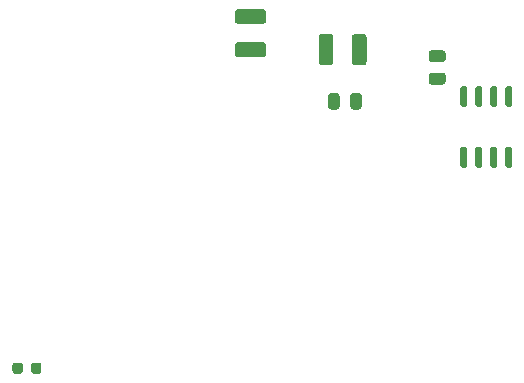
<source format=gbr>
G04 #@! TF.GenerationSoftware,KiCad,Pcbnew,(5.1.12)-1*
G04 #@! TF.CreationDate,2022-01-17T10:13:42+01:00*
G04 #@! TF.ProjectId,arduino_nano_reflow_TRIAC_v1_0,61726475-696e-46f5-9f6e-616e6f5f7265,1.0*
G04 #@! TF.SameCoordinates,Original*
G04 #@! TF.FileFunction,Paste,Top*
G04 #@! TF.FilePolarity,Positive*
%FSLAX46Y46*%
G04 Gerber Fmt 4.6, Leading zero omitted, Abs format (unit mm)*
G04 Created by KiCad (PCBNEW (5.1.12)-1) date 2022-01-17 10:13:42*
%MOMM*%
%LPD*%
G01*
G04 APERTURE LIST*
G04 APERTURE END LIST*
G36*
G01*
X196723820Y-86939260D02*
X197023820Y-86939260D01*
G75*
G02*
X197173820Y-87089260I0J-150000D01*
G01*
X197173820Y-88539260D01*
G75*
G02*
X197023820Y-88689260I-150000J0D01*
G01*
X196723820Y-88689260D01*
G75*
G02*
X196573820Y-88539260I0J150000D01*
G01*
X196573820Y-87089260D01*
G75*
G02*
X196723820Y-86939260I150000J0D01*
G01*
G37*
G36*
G01*
X195453820Y-86939260D02*
X195753820Y-86939260D01*
G75*
G02*
X195903820Y-87089260I0J-150000D01*
G01*
X195903820Y-88539260D01*
G75*
G02*
X195753820Y-88689260I-150000J0D01*
G01*
X195453820Y-88689260D01*
G75*
G02*
X195303820Y-88539260I0J150000D01*
G01*
X195303820Y-87089260D01*
G75*
G02*
X195453820Y-86939260I150000J0D01*
G01*
G37*
G36*
G01*
X194183820Y-86939260D02*
X194483820Y-86939260D01*
G75*
G02*
X194633820Y-87089260I0J-150000D01*
G01*
X194633820Y-88539260D01*
G75*
G02*
X194483820Y-88689260I-150000J0D01*
G01*
X194183820Y-88689260D01*
G75*
G02*
X194033820Y-88539260I0J150000D01*
G01*
X194033820Y-87089260D01*
G75*
G02*
X194183820Y-86939260I150000J0D01*
G01*
G37*
G36*
G01*
X192913820Y-86939260D02*
X193213820Y-86939260D01*
G75*
G02*
X193363820Y-87089260I0J-150000D01*
G01*
X193363820Y-88539260D01*
G75*
G02*
X193213820Y-88689260I-150000J0D01*
G01*
X192913820Y-88689260D01*
G75*
G02*
X192763820Y-88539260I0J150000D01*
G01*
X192763820Y-87089260D01*
G75*
G02*
X192913820Y-86939260I150000J0D01*
G01*
G37*
G36*
G01*
X192913820Y-81789260D02*
X193213820Y-81789260D01*
G75*
G02*
X193363820Y-81939260I0J-150000D01*
G01*
X193363820Y-83389260D01*
G75*
G02*
X193213820Y-83539260I-150000J0D01*
G01*
X192913820Y-83539260D01*
G75*
G02*
X192763820Y-83389260I0J150000D01*
G01*
X192763820Y-81939260D01*
G75*
G02*
X192913820Y-81789260I150000J0D01*
G01*
G37*
G36*
G01*
X194183820Y-81789260D02*
X194483820Y-81789260D01*
G75*
G02*
X194633820Y-81939260I0J-150000D01*
G01*
X194633820Y-83389260D01*
G75*
G02*
X194483820Y-83539260I-150000J0D01*
G01*
X194183820Y-83539260D01*
G75*
G02*
X194033820Y-83389260I0J150000D01*
G01*
X194033820Y-81939260D01*
G75*
G02*
X194183820Y-81789260I150000J0D01*
G01*
G37*
G36*
G01*
X195453820Y-81789260D02*
X195753820Y-81789260D01*
G75*
G02*
X195903820Y-81939260I0J-150000D01*
G01*
X195903820Y-83389260D01*
G75*
G02*
X195753820Y-83539260I-150000J0D01*
G01*
X195453820Y-83539260D01*
G75*
G02*
X195303820Y-83389260I0J150000D01*
G01*
X195303820Y-81939260D01*
G75*
G02*
X195453820Y-81789260I150000J0D01*
G01*
G37*
G36*
G01*
X196723820Y-81789260D02*
X197023820Y-81789260D01*
G75*
G02*
X197173820Y-81939260I0J-150000D01*
G01*
X197173820Y-83389260D01*
G75*
G02*
X197023820Y-83539260I-150000J0D01*
G01*
X196723820Y-83539260D01*
G75*
G02*
X196573820Y-83389260I0J150000D01*
G01*
X196573820Y-81939260D01*
G75*
G02*
X196723820Y-81789260I150000J0D01*
G01*
G37*
G36*
G01*
X190343820Y-80649260D02*
X191293820Y-80649260D01*
G75*
G02*
X191543820Y-80899260I0J-250000D01*
G01*
X191543820Y-81399260D01*
G75*
G02*
X191293820Y-81649260I-250000J0D01*
G01*
X190343820Y-81649260D01*
G75*
G02*
X190093820Y-81399260I0J250000D01*
G01*
X190093820Y-80899260D01*
G75*
G02*
X190343820Y-80649260I250000J0D01*
G01*
G37*
G36*
G01*
X190343820Y-78749260D02*
X191293820Y-78749260D01*
G75*
G02*
X191543820Y-78999260I0J-250000D01*
G01*
X191543820Y-79499260D01*
G75*
G02*
X191293820Y-79749260I-250000J0D01*
G01*
X190343820Y-79749260D01*
G75*
G02*
X190093820Y-79499260I0J250000D01*
G01*
X190093820Y-78999260D01*
G75*
G02*
X190343820Y-78749260I250000J0D01*
G01*
G37*
G36*
G01*
X156443820Y-105930510D02*
X156443820Y-105418010D01*
G75*
G02*
X156662570Y-105199260I218750J0D01*
G01*
X157100070Y-105199260D01*
G75*
G02*
X157318820Y-105418010I0J-218750D01*
G01*
X157318820Y-105930510D01*
G75*
G02*
X157100070Y-106149260I-218750J0D01*
G01*
X156662570Y-106149260D01*
G75*
G02*
X156443820Y-105930510I0J218750D01*
G01*
G37*
G36*
G01*
X154868820Y-105930510D02*
X154868820Y-105418010D01*
G75*
G02*
X155087570Y-105199260I218750J0D01*
G01*
X155525070Y-105199260D01*
G75*
G02*
X155743820Y-105418010I0J-218750D01*
G01*
X155743820Y-105930510D01*
G75*
G02*
X155525070Y-106149260I-218750J0D01*
G01*
X155087570Y-106149260D01*
G75*
G02*
X154868820Y-105930510I0J218750D01*
G01*
G37*
G36*
G01*
X183468820Y-83530510D02*
X183468820Y-82618010D01*
G75*
G02*
X183712570Y-82374260I243750J0D01*
G01*
X184200070Y-82374260D01*
G75*
G02*
X184443820Y-82618010I0J-243750D01*
G01*
X184443820Y-83530510D01*
G75*
G02*
X184200070Y-83774260I-243750J0D01*
G01*
X183712570Y-83774260D01*
G75*
G02*
X183468820Y-83530510I0J243750D01*
G01*
G37*
G36*
G01*
X181593820Y-83530510D02*
X181593820Y-82618010D01*
G75*
G02*
X181837570Y-82374260I243750J0D01*
G01*
X182325070Y-82374260D01*
G75*
G02*
X182568820Y-82618010I0J-243750D01*
G01*
X182568820Y-83530510D01*
G75*
G02*
X182325070Y-83774260I-243750J0D01*
G01*
X181837570Y-83774260D01*
G75*
G02*
X181593820Y-83530510I0J243750D01*
G01*
G37*
G36*
G01*
X176093820Y-76524260D02*
X173943820Y-76524260D01*
G75*
G02*
X173693820Y-76274260I0J250000D01*
G01*
X173693820Y-75524260D01*
G75*
G02*
X173943820Y-75274260I250000J0D01*
G01*
X176093820Y-75274260D01*
G75*
G02*
X176343820Y-75524260I0J-250000D01*
G01*
X176343820Y-76274260D01*
G75*
G02*
X176093820Y-76524260I-250000J0D01*
G01*
G37*
G36*
G01*
X176093820Y-79324260D02*
X173943820Y-79324260D01*
G75*
G02*
X173693820Y-79074260I0J250000D01*
G01*
X173693820Y-78324260D01*
G75*
G02*
X173943820Y-78074260I250000J0D01*
G01*
X176093820Y-78074260D01*
G75*
G02*
X176343820Y-78324260I0J-250000D01*
G01*
X176343820Y-79074260D01*
G75*
G02*
X176093820Y-79324260I-250000J0D01*
G01*
G37*
G36*
G01*
X182043820Y-77624260D02*
X182043820Y-79774260D01*
G75*
G02*
X181793820Y-80024260I-250000J0D01*
G01*
X181043820Y-80024260D01*
G75*
G02*
X180793820Y-79774260I0J250000D01*
G01*
X180793820Y-77624260D01*
G75*
G02*
X181043820Y-77374260I250000J0D01*
G01*
X181793820Y-77374260D01*
G75*
G02*
X182043820Y-77624260I0J-250000D01*
G01*
G37*
G36*
G01*
X184843820Y-77624260D02*
X184843820Y-79774260D01*
G75*
G02*
X184593820Y-80024260I-250000J0D01*
G01*
X183843820Y-80024260D01*
G75*
G02*
X183593820Y-79774260I0J250000D01*
G01*
X183593820Y-77624260D01*
G75*
G02*
X183843820Y-77374260I250000J0D01*
G01*
X184593820Y-77374260D01*
G75*
G02*
X184843820Y-77624260I0J-250000D01*
G01*
G37*
M02*

</source>
